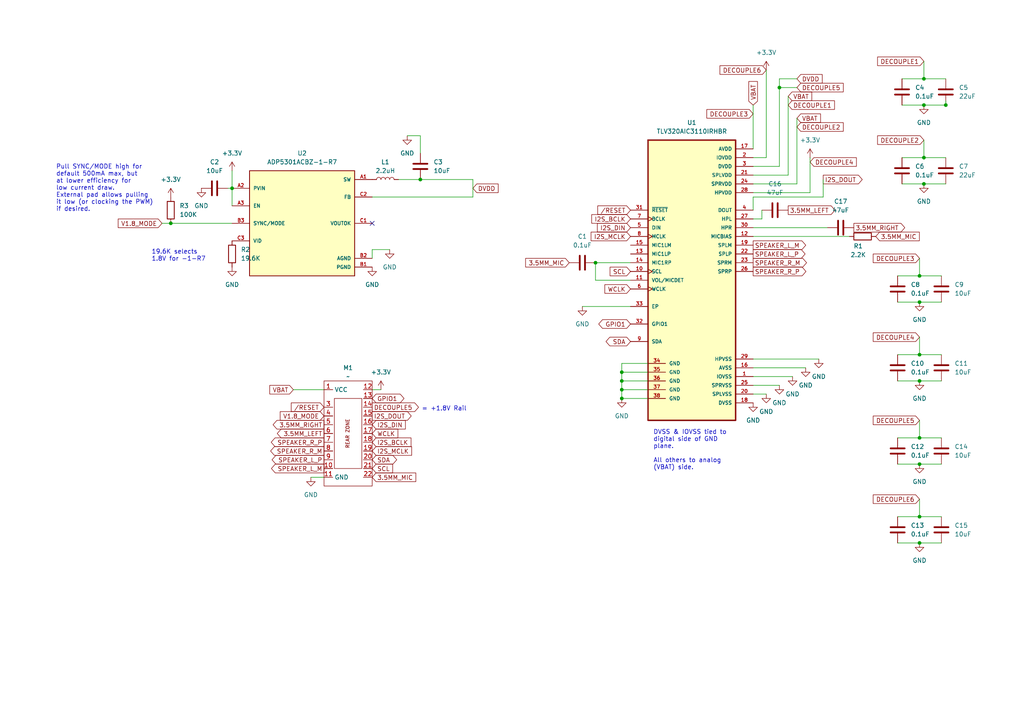
<source format=kicad_sch>
(kicad_sch (version 20250114) (generator "eeschema") (generator_version "9.0")
  (paper "A4")
  (lib_symbols
    (symbol "ADP5301ACBZ-1-R7:ADP5301ACBZ-1-R7" (pin_names (offset 1.016))
      (property "Reference" "U" (at -15.24 16.002 0))
      (property "Value" "ADP5301ACBZ-1-R7" (at -15.24 -17.78 0))
      (symbol "ADP5301ACBZ-1-R7_0_0"
        (rectangle (start -15.24 -15.24) (end 15.24 15.24) (stroke (width 0.254)) (fill (type background)))
        (pin input line (at -20.32 10.16 0) (length 5.08) (name "PVIN") (number "A2"))
        (pin input line (at -20.32 5.08 0) (length 5.08) (name "EN") (number "A3"))
        (pin input line (at -20.32 0 0) (length 5.08) (name "SYNC/MODE") (number "B3"))
        (pin passive line (at -20.32 -5.08 0) (length 5.08) (name "VID") (number "C3"))
        (pin output line (at 20.32 12.7 180) (length 5.08) (name "SW") (number "A1"))
        (pin input line (at 20.32 7.62 180) (length 5.08) (name "FB") (number "C2"))
        (pin output line (at 20.32 0 180) (length 5.08) (name "VOUTOK") (number "C1"))
        (pin power_in line (at 20.32 -10.16 180) (length 5.08) (name "AGND") (number "B2"))
        (pin power_in line (at 20.32 -12.7 180) (length 5.08) (name "PGND") (number "B1"))
      )
    )
    (symbol "Device:C" (pin_numbers (hide yes)) (pin_names (offset 0.254))
      (property "Reference" "C" (at 0.635 2.54 0))
      (property "Value" "C" (at 0.635 -2.54 0))
      (symbol "C_0_1"
        (polyline (pts (xy -2.032 0.762) (xy 2.032 0.762)) (stroke (width 0.508)))
        (polyline (pts (xy -2.032 -0.762) (xy 2.032 -0.762)) (stroke (width 0.508)))
      )
      (symbol "C_1_1"
        (pin passive line (at 0 3.81 270) (length 2.794) (name "~") (number "1"))
        (pin passive line (at 0 -3.81 90) (length 2.794) (name "~") (number "2"))
      )
    )
    (symbol "Device:L" (pin_numbers (hide yes)) (pin_names (offset 1.016) (hide yes))
      (property "Reference" "L" (at -1.27 0 90))
      (property "Value" "L" (at 1.905 0 90))
      (symbol "L_0_1"
        (arc (start 0 2.54) (mid 0.6323 1.905) (end 0 1.27))
        (arc (start 0 1.27) (mid 0.6323 0.635) (end 0 0))
        (arc (start 0 0) (mid 0.6323 -0.635) (end 0 -1.27))
        (arc (start 0 -1.27) (mid 0.6323 -1.905) (end 0 -2.54))
      )
      (symbol "L_1_1"
        (pin passive line (at 0 3.81 270) (length 1.27) (name "1") (number "1"))
        (pin passive line (at 0 -3.81 90) (length 1.27) (name "2") (number "2"))
      )
    )
    (symbol "Device:R" (pin_numbers (hide yes)) (pin_names (offset 0))
      (property "Reference" "R" (at 2.032 0 90))
      (property "Value" "R" (at 0 0 90))
      (symbol "R_0_1"
        (rectangle (start -1.016 -2.54) (end 1.016 2.54) (stroke (width 0.254)))
      )
      (symbol "R_1_1"
        (pin passive line (at 0 3.81 270) (length 1.27) (name "~") (number "1"))
        (pin passive line (at 0 -3.81 90) (length 1.27) (name "~") (number "2"))
      )
    )
    (symbol "MegaCastle:MegaCastle2x11-Module-I17.7x23.1-MBFFFFC"
      (property "Reference" "M" (at 0 -17.78 0))
      (symbol "MegaCastle2x11-Module-I17.7x23.1-MBFFFFC_0_1"
        (rectangle (start -6.35 15.24) (end 7.62 -15.24))
        (rectangle (start -3.35 10.16) (end 4.62 -10.16))
      )
      (symbol "MegaCastle2x11-Module-I17.7x23.1-MBFFFFC_1_1"
        (text "REAR ZONE" (at 0.5 0 900) (effects (font (size 1 1))))
        (pin bidirectional line (at -6.35 12.7 0) (length 2.54) (name "VCC") (number "1"))
        (pin bidirectional line (at -6.35 7.62 0) (length 2.54) (name "") (number "3"))
        (pin bidirectional line (at -6.35 5.08 0) (length 2.54) (name "") (number "4"))
        (pin bidirectional line (at -6.35 2.54 0) (length 2.54) (name "") (number "5"))
        (pin bidirectional line (at -6.35 0 0) (length 2.54) (name "") (number "6"))
        (pin bidirectional line (at -6.35 -2.54 0) (length 2.54) (name "") (number "7"))
        (pin bidirectional line (at -6.35 -5.08 0) (length 2.54) (name "") (number "8"))
        (pin bidirectional line (at -6.35 -7.62 0) (length 2.54) (name "") (number "9"))
        (pin bidirectional line (at -6.35 -10.16 0) (length 2.54) (name "") (number "10"))
        (pin bidirectional line (at -6.35 -12.7 0) (length 2.54) (name "GND") (number "11"))
        (pin bidirectional line (at 7.62 12.7 180) (length 2.54) (name "") (number "12"))
        (pin bidirectional line (at 7.62 10.16 180) (length 2.54) (name "") (number "13"))
        (pin bidirectional line (at 7.62 7.62 180) (length 2.54) (name "") (number "14"))
        (pin bidirectional line (at 7.62 5.08 180) (length 2.54) (name "") (number "15"))
        (pin bidirectional line (at 7.62 2.54 180) (length 2.54) (name "") (number "16"))
        (pin bidirectional line (at 7.62 0 180) (length 2.54) (name "") (number "17"))
        (pin bidirectional line (at 7.62 -2.54 180) (length 2.54) (name "") (number "18"))
        (pin bidirectional line (at 7.62 -5.08 180) (length 2.54) (name "") (number "19"))
        (pin bidirectional line (at 7.62 -7.62 180) (length 2.54) (name "") (number "20"))
        (pin bidirectional line (at 7.62 -10.16 180) (length 2.54) (name "") (number "21"))
        (pin bidirectional line (at 7.62 -12.7 180) (length 2.54) (name "") (number "22"))
      )
    )
    (symbol "TLV320AIC3110IRHBR:TLV320AIC3110IRHBR" (pin_names (offset 1.016))
      (property "Reference" "U" (at -12.7 41.64 0))
      (property "Value" "TLV320AIC3110IRHBR" (at -12.7 -44.64 0))
      (symbol "TLV320AIC3110IRHBR_0_0"
        (rectangle (start -12.7 -40.64) (end 12.7 40.64) (stroke (width 0.41)) (fill (type background)))
        (pin input line (at -17.78 20.32 0) (length 5.08) (name "~{RESET}") (number "31"))
        (pin input clock (at -17.78 17.78 0) (length 5.08) (name "BCLK") (number "7"))
        (pin input line (at -17.78 15.24 0) (length 5.08) (name "DIN") (number "5"))
        (pin input clock (at -17.78 12.7 0) (length 5.08) (name "MCLK") (number "8"))
        (pin input line (at -17.78 10.16 0) (length 5.08) (name "MIC1LM") (number "15"))
        (pin input line (at -17.78 7.62 0) (length 5.08) (name "MIC1LP") (number "13"))
        (pin input line (at -17.78 5.08 0) (length 5.08) (name "MIC1RP") (number "14"))
        (pin input clock (at -17.78 2.54 0) (length 5.08) (name "SCL") (number "10"))
        (pin input line (at -17.78 0 0) (length 5.08) (name "VOL/MICDET") (number "11"))
        (pin input clock (at -17.78 -2.54 0) (length 5.08) (name "WCLK") (number "6"))
        (pin bidirectional line (at -17.78 -7.62 0) (length 5.08) (name "EP") (number "33"))
        (pin bidirectional line (at -17.78 -12.7 0) (length 5.08) (name "GPIO1") (number "32"))
        (pin bidirectional line (at -17.78 -17.78 0) (length 5.08) (name "SDA") (number "9"))
        (pin power_in line (at 17.78 38.1 180) (length 5.08) (name "AVDD") (number "17"))
        (pin power_in line (at 17.78 35.56 180) (length 5.08) (name "IOVDD") (number "2"))
        (pin power_in line (at 17.78 33.02 180) (length 5.08) (name "DVDD") (number "3"))
        (pin power_in line (at 17.78 30.48 180) (length 5.08) (name "SPLVDD") (number "21"))
        (pin power_in line (at 17.78 27.94 180) (length 5.08) (name "SPRVDD") (number "24"))
        (pin power_in line (at 17.78 25.4 180) (length 5.08) (name "HPVDD") (number "28"))
        (pin output line (at 17.78 20.32 180) (length 5.08) (name "DOUT") (number "4"))
        (pin output line (at 17.78 17.78 180) (length 5.08) (name "HPL") (number "27"))
        (pin output line (at 17.78 15.24 180) (length 5.08) (name "HPR") (number "30"))
        (pin output line (at 17.78 12.7 180) (length 5.08) (name "MICBIAS") (number "12"))
        (pin output line (at 17.78 10.16 180) (length 5.08) (name "SPLM") (number "19"))
        (pin output line (at 17.78 7.62 180) (length 5.08) (name "SPLP") (number "22"))
        (pin output line (at 17.78 5.08 180) (length 5.08) (name "SPRM") (number "23"))
        (pin output line (at 17.78 2.54 180) (length 5.08) (name "SPRP") (number "26"))
        (pin power_in line (at 17.78 -22.86 180) (length 5.08) (name "HPVSS") (number "29"))
        (pin power_in line (at 17.78 -25.4 180) (length 5.08) (name "AVSS") (number "16"))
        (pin power_in line (at 17.78 -27.94 180) (length 5.08) (name "IOVSS") (number "1"))
        (pin power_in line (at 17.78 -30.48 180) (length 5.08) (name "SPRVSS") (number "25"))
        (pin power_in line (at 17.78 -33.02 180) (length 5.08) (name "SPLVSS") (number "20"))
        (pin power_in line (at 17.78 -35.56 180) (length 5.08) (name "DVSS") (number "18"))
      )
      (symbol "TLV320AIC3110IRHBR_1_0"
        (pin bidirectional line (at -12.7 -24.13 0) (length 5.08) (name "GND") (number "34"))
        (pin bidirectional line (at -12.7 -26.67 0) (length 5.08) (name "GND") (number "35"))
        (pin bidirectional line (at -12.7 -29.21 0) (length 5.08) (name "GND") (number "36"))
        (pin bidirectional line (at -12.7 -31.75 0) (length 5.08) (name "GND") (number "37"))
        (pin bidirectional line (at -12.7 -34.29 0) (length 5.08) (name "GND") (number "38"))
      )
    )
    (symbol "power:+3.3V" (power) (pin_names (offset 0))
      (property "Value" "+3.3V" (at 0 3.556 0))
      (symbol "+3.3V_0_1"
        (polyline (pts (xy -0.762 1.27) (xy 0 2.54)))
        (polyline (pts (xy 0 2.54) (xy 0.762 1.27)))
        (polyline (pts (xy 0 0) (xy 0 2.54)))
      )
      (symbol "+3.3V_1_1"
        (pin power_in line (at 0 0 90) (length 0) (hide yes) (name "+3.3V") (number "1"))
      )
    )
    (symbol "power:GND" (power) (pin_names (offset 0))
      (property "Value" "GND" (at 0 -3.81 0))
      (symbol "GND_0_1"
        (polyline (pts (xy 0 0) (xy 0 -1.27) (xy 1.27 -1.27) (xy 0 -2.54) (xy -1.27 -1.27) (xy 0 -1.27)))
      )
      (symbol "GND_1_1"
        (pin power_in line (at 0 0 270) (length 0) (hide yes) (name "GND") (number "1"))
      )
    )
  )
  (text "Pull SYNC/MODE high for\ndefault 500mA max, but\nat lower efficiency for\nlow current draw.\nExternal pad allows pulling\nit low (or clocking the PWM)\nif desired." (at 16.256 54.61 0) (effects (font (size 1.27 1.27)) (justify left)))
  (text "19.6K selects\n1.8V for -1-R7" (at 43.942 74.168 0) (effects (font (size 1.27 1.27)) (justify left)))
  (text "= +1.8V Rail" (at 135.382 118.618 0) (effects (font (size 1.27 1.27)) (justify right)))
  (text "DVSS & IOVSS tied to\ndigital side of GND\nplane.\n\nAll others to analog\n(VBAT) side." (at 189.484 130.556 0) (effects (font (size 1.27 1.27)) (justify left)))
  (junction (at 267.97 53.34))
  (junction (at 180.34 107.95))
  (junction (at 266.7 134.62))
  (junction (at 274.32 30.48))
  (junction (at 266.7 127))
  (junction (at 267.97 45.72))
  (junction (at 266.7 102.87))
  (junction (at 67.31 54.61))
  (junction (at 180.34 113.03))
  (junction (at 226.06 25.4))
  (junction (at 180.34 110.49))
  (junction (at 266.7 149.86))
  (junction (at 266.7 80.01))
  (junction (at 121.92 52.07))
  (junction (at 180.34 115.57))
  (junction (at 49.53 64.77))
  (junction (at 266.7 157.48))
  (junction (at 266.7 87.63))
  (junction (at 267.97 30.48))
  (junction (at 266.7 110.49))
  (junction (at 172.72 76.2))
  (junction (at 267.97 22.86))
  (no_connect (at 107.95 64.77))
  (wire (pts (xy 260.35 102.87) (xy 266.7 102.87)))
  (wire (pts (xy 218.44 55.88) (xy 234.95 55.88)))
  (wire (pts (xy 266.7 74.93) (xy 266.7 80.01)))
  (wire (pts (xy 121.92 52.07) (xy 137.16 52.07)))
  (wire (pts (xy 121.92 44.45) (xy 121.92 39.37)))
  (wire (pts (xy 231.14 53.34) (xy 231.14 34.29)))
  (wire (pts (xy 267.97 22.86) (xy 274.32 22.86)))
  (wire (pts (xy 218.44 60.96) (xy 218.44 57.15)))
  (wire (pts (xy 182.88 81.28) (xy 172.72 81.28)))
  (wire (pts (xy 115.57 52.07) (xy 121.92 52.07)))
  (wire (pts (xy 222.25 45.72) (xy 222.25 20.32)))
  (wire (pts (xy 218.44 114.3) (xy 222.25 114.3)))
  (wire (pts (xy 218.44 68.58) (xy 246.38 68.58)))
  (wire (pts (xy 172.72 81.28) (xy 172.72 76.2)))
  (wire (pts (xy 266.7 102.87) (xy 273.05 102.87)))
  (wire (pts (xy 49.53 64.77) (xy 67.31 64.77)))
  (wire (pts (xy 267.97 30.48) (xy 274.32 30.48)))
  (wire (pts (xy 267.97 45.72) (xy 274.32 45.72)))
  (wire (pts (xy 137.16 52.07) (xy 137.16 57.15)))
  (wire (pts (xy 226.06 48.26) (xy 226.06 25.4)))
  (wire (pts (xy 266.7 149.86) (xy 273.05 149.86)))
  (wire (pts (xy 180.34 110.49) (xy 187.96 110.49)))
  (wire (pts (xy 67.31 49.53) (xy 67.31 54.61)))
  (wire (pts (xy 266.7 97.79) (xy 266.7 102.87)))
  (wire (pts (xy 231.14 22.86) (xy 226.06 22.86)))
  (wire (pts (xy 172.72 76.2) (xy 182.88 76.2)))
  (wire (pts (xy 266.7 157.48) (xy 273.05 157.48)))
  (wire (pts (xy 266.7 80.01) (xy 273.05 80.01)))
  (wire (pts (xy 218.44 45.72) (xy 222.25 45.72)))
  (wire (pts (xy 46.99 64.77) (xy 49.53 64.77)))
  (wire (pts (xy 226.06 22.86) (xy 226.06 25.4)))
  (wire (pts (xy 218.44 109.22) (xy 229.87 109.22)))
  (wire (pts (xy 218.44 106.68) (xy 233.68 106.68)))
  (wire (pts (xy 260.35 157.48) (xy 266.7 157.48)))
  (wire (pts (xy 180.34 113.03) (xy 180.34 115.57)))
  (wire (pts (xy 260.35 87.63) (xy 266.7 87.63)))
  (wire (pts (xy 226.06 25.4) (xy 231.14 25.4)))
  (wire (pts (xy 66.04 54.61) (xy 67.31 54.61)))
  (wire (pts (xy 107.95 74.93) (xy 107.95 72.39)))
  (wire (pts (xy 218.44 57.15) (xy 238.76 57.15)))
  (wire (pts (xy 180.34 115.57) (xy 187.96 115.57)))
  (wire (pts (xy 266.7 110.49) (xy 273.05 110.49)))
  (wire (pts (xy 218.44 50.8) (xy 228.6 50.8)))
  (wire (pts (xy 260.35 80.01) (xy 266.7 80.01)))
  (wire (pts (xy 261.62 22.86) (xy 267.97 22.86)))
  (wire (pts (xy 266.7 144.78) (xy 266.7 149.86)))
  (wire (pts (xy 180.34 113.03) (xy 187.96 113.03)))
  (wire (pts (xy 267.97 17.78) (xy 267.97 22.86)))
  (wire (pts (xy 261.62 30.48) (xy 267.97 30.48)))
  (wire (pts (xy 238.76 52.07) (xy 238.76 57.15)))
  (wire (pts (xy 107.95 72.39) (xy 113.03 72.39)))
  (wire (pts (xy 234.95 55.88) (xy 234.95 45.72)))
  (wire (pts (xy 187.96 105.41) (xy 180.34 105.41)))
  (wire (pts (xy 266.7 87.63) (xy 273.05 87.63)))
  (wire (pts (xy 218.44 30.48) (xy 218.44 43.18)))
  (wire (pts (xy 107.95 57.15) (xy 137.16 57.15)))
  (wire (pts (xy 218.44 53.34) (xy 231.14 53.34)))
  (wire (pts (xy 260.35 149.86) (xy 266.7 149.86)))
  (wire (pts (xy 90.17 138.43) (xy 93.98 138.43)))
  (wire (pts (xy 107.95 113.03) (xy 110.49 113.03)))
  (wire (pts (xy 67.31 54.61) (xy 67.31 59.69)))
  (wire (pts (xy 168.91 88.9) (xy 182.88 88.9)))
  (wire (pts (xy 180.34 107.95) (xy 187.96 107.95)))
  (wire (pts (xy 180.34 107.95) (xy 180.34 110.49)))
  (wire (pts (xy 85.09 113.03) (xy 93.98 113.03)))
  (wire (pts (xy 180.34 105.41) (xy 180.34 107.95)))
  (wire (pts (xy 218.44 66.04) (xy 240.03 66.04)))
  (wire (pts (xy 180.34 110.49) (xy 180.34 113.03)))
  (wire (pts (xy 220.98 60.96) (xy 220.98 63.5)))
  (wire (pts (xy 260.35 127) (xy 266.7 127)))
  (wire (pts (xy 218.44 111.76) (xy 226.06 111.76)))
  (wire (pts (xy 266.7 134.62) (xy 273.05 134.62)))
  (wire (pts (xy 267.97 53.34) (xy 274.32 53.34)))
  (wire (pts (xy 267.97 40.64) (xy 267.97 45.72)))
  (wire (pts (xy 220.98 63.5) (xy 218.44 63.5)))
  (wire (pts (xy 261.62 45.72) (xy 267.97 45.72)))
  (wire (pts (xy 218.44 104.14) (xy 237.49 104.14)))
  (wire (pts (xy 260.35 134.62) (xy 266.7 134.62)))
  (wire (pts (xy 260.35 110.49) (xy 266.7 110.49)))
  (wire (pts (xy 228.6 50.8) (xy 228.6 27.94)))
  (wire (pts (xy 121.92 39.37) (xy 118.11 39.37)))
  (wire (pts (xy 261.62 53.34) (xy 267.97 53.34)))
  (wire (pts (xy 218.44 48.26) (xy 226.06 48.26)))
  (wire (pts (xy 266.7 121.92) (xy 266.7 127)))
  (wire (pts (xy 266.7 127) (xy 273.05 127)))
  (wire (pts (xy 274.32 29.21) (xy 274.32 30.48)))
  (global_label "3.5MM_MIC" (shape input) (at 254 68.58 0) (property "Intersheetrefs" "${INTERSHEET_REFS}" (effects (hide yes))))
  (global_label "DECOUPLE5" (shape input) (at 266.7 121.92 180) (property "Intersheetrefs" "${INTERSHEET_REFS}" (effects (hide yes))))
  (global_label "DECOUPLE3" (shape input) (at 266.7 74.93 180) (property "Intersheetrefs" "${INTERSHEET_REFS}" (effects (hide yes))))
  (global_label "WCLK" (shape input) (at 107.95 125.73 0) (property "Intersheetrefs" "${INTERSHEET_REFS}" (effects (hide yes))))
  (global_label "DECOUPLE6" (shape input) (at 222.25 20.32 180) (property "Intersheetrefs" "${INTERSHEET_REFS}" (effects (hide yes))))
  (global_label "I2S_BCLK" (shape input) (at 182.88 63.5 180) (property "Intersheetrefs" "${INTERSHEET_REFS}" (effects (hide yes))))
  (global_label "{slash}RESET" (shape input) (at 182.88 60.96 180) (property "Intersheetrefs" "${INTERSHEET_REFS}" (effects (hide yes))))
  (global_label "VBAT" (shape input) (at 218.44 30.48 90) (property "Intersheetrefs" "${INTERSHEET_REFS}" (effects (hide yes))))
  (global_label "SDA" (shape bidirectional) (at 182.88 99.06 180) (property "Intersheetrefs" "${INTERSHEET_REFS}" (effects (hide yes))))
  (global_label "DVDD" (shape input) (at 231.14 22.86 0) (property "Intersheetrefs" "${INTERSHEET_REFS}" (effects (hide yes))))
  (global_label "DECOUPLE4" (shape input) (at 266.7 97.79 180) (property "Intersheetrefs" "${INTERSHEET_REFS}" (effects (hide yes))))
  (global_label "I2S_DOUT" (shape output) (at 238.76 52.07 0) (property "Intersheetrefs" "${INTERSHEET_REFS}" (effects (hide yes))))
  (global_label "I2S_MCLK" (shape input) (at 107.95 130.81 0) (property "Intersheetrefs" "${INTERSHEET_REFS}" (effects (hide yes))))
  (global_label "I2S_DIN" (shape input) (at 182.88 66.04 180) (property "Intersheetrefs" "${INTERSHEET_REFS}" (effects (hide yes))))
  (global_label "SCL" (shape input) (at 107.95 135.89 0) (property "Intersheetrefs" "${INTERSHEET_REFS}" (effects (hide yes))))
  (global_label "3.5MM_MIC" (shape input) (at 165.1 76.2 180) (property "Intersheetrefs" "${INTERSHEET_REFS}" (effects (hide yes))))
  (global_label "SPEAKER_L_P" (shape output) (at 218.44 73.66 0) (property "Intersheetrefs" "${INTERSHEET_REFS}" (effects (hide yes))))
  (global_label "SPEAKER_R_P" (shape output) (at 218.44 78.74 0) (property "Intersheetrefs" "${INTERSHEET_REFS}" (effects (hide yes))))
  (global_label "GPIO1" (shape bidirectional) (at 107.95 115.57 0) (property "Intersheetrefs" "${INTERSHEET_REFS}" (effects (hide yes))))
  (global_label "DECOUPLE4" (shape input) (at 234.95 46.99 0) (property "Intersheetrefs" "${INTERSHEET_REFS}" (effects (hide yes))))
  (global_label "I2S_DOUT" (shape output) (at 107.95 120.65 0) (property "Intersheetrefs" "${INTERSHEET_REFS}" (effects (hide yes))))
  (global_label "V1.8_MODE" (shape input) (at 46.99 64.77 180) (property "Intersheetrefs" "${INTERSHEET_REFS}" (effects (hide yes))))
  (global_label "SDA" (shape bidirectional) (at 107.95 133.35 0) (property "Intersheetrefs" "${INTERSHEET_REFS}" (effects (hide yes))))
  (global_label "DECOUPLE2" (shape input) (at 267.97 40.64 180) (property "Intersheetrefs" "${INTERSHEET_REFS}" (effects (hide yes))))
  (global_label "DVDD" (shape input) (at 137.16 54.61 0) (property "Intersheetrefs" "${INTERSHEET_REFS}" (effects (hide yes))))
  (global_label "VBAT" (shape input) (at 228.6 27.94 0) (property "Intersheetrefs" "${INTERSHEET_REFS}" (effects (hide yes))))
  (global_label "3.5MM_LEFT" (shape output) (at 228.6 60.96 0) (property "Intersheetrefs" "${INTERSHEET_REFS}" (effects (hide yes))))
  (global_label "VBAT" (shape input) (at 85.09 113.03 180) (property "Intersheetrefs" "${INTERSHEET_REFS}" (effects (hide yes))))
  (global_label "SPEAKER_L_M" (shape output) (at 93.98 135.89 180) (property "Intersheetrefs" "${INTERSHEET_REFS}" (effects (hide yes))))
  (global_label "V1.8_MODE" (shape input) (at 93.98 120.65 180) (property "Intersheetrefs" "${INTERSHEET_REFS}" (effects (hide yes))))
  (global_label "DECOUPLE6" (shape input) (at 266.7 144.78 180) (property "Intersheetrefs" "${INTERSHEET_REFS}" (effects (hide yes))))
  (global_label "GPIO1" (shape bidirectional) (at 182.88 93.98 180) (property "Intersheetrefs" "${INTERSHEET_REFS}" (effects (hide yes))))
  (global_label "DECOUPLE3" (shape input) (at 218.44 33.02 180) (property "Intersheetrefs" "${INTERSHEET_REFS}" (effects (hide yes))))
  (global_label "WCLK" (shape input) (at 182.88 83.82 180) (property "Intersheetrefs" "${INTERSHEET_REFS}" (effects (hide yes))))
  (global_label "3.5MM_RIGHT" (shape output) (at 247.65 66.04 0) (property "Intersheetrefs" "${INTERSHEET_REFS}" (effects (hide yes))))
  (global_label "DECOUPLE2" (shape input) (at 231.14 36.83 0) (property "Intersheetrefs" "${INTERSHEET_REFS}" (effects (hide yes))))
  (global_label "SPEAKER_R_M" (shape output) (at 93.98 130.81 180) (property "Intersheetrefs" "${INTERSHEET_REFS}" (effects (hide yes))))
  (global_label "SCL" (shape input) (at 182.88 78.74 180) (property "Intersheetrefs" "${INTERSHEET_REFS}" (effects (hide yes))))
  (global_label "I2S_MCLK" (shape input) (at 182.88 68.58 180) (property "Intersheetrefs" "${INTERSHEET_REFS}" (effects (hide yes))))
  (global_label "SPEAKER_R_P" (shape output) (at 93.98 128.27 180) (property "Intersheetrefs" "${INTERSHEET_REFS}" (effects (hide yes))))
  (global_label "VBAT" (shape input) (at 231.14 34.29 0) (property "Intersheetrefs" "${INTERSHEET_REFS}" (effects (hide yes))))
  (global_label "DECOUPLE5" (shape input) (at 231.14 25.4 0) (property "Intersheetrefs" "${INTERSHEET_REFS}" (effects (hide yes))))
  (global_label "I2S_BCLK" (shape input) (at 107.95 128.27 0) (property "Intersheetrefs" "${INTERSHEET_REFS}" (effects (hide yes))))
  (global_label "3.5MM_LEFT" (shape output) (at 93.98 125.73 180) (property "Intersheetrefs" "${INTERSHEET_REFS}" (effects (hide yes))))
  (global_label "3.5MM_RIGHT" (shape output) (at 93.98 123.19 180) (property "Intersheetrefs" "${INTERSHEET_REFS}" (effects (hide yes))))
  (global_label "I2S_DIN" (shape input) (at 107.95 123.19 0) (property "Intersheetrefs" "${INTERSHEET_REFS}" (effects (hide yes))))
  (global_label "DECOUPLE1" (shape input) (at 267.97 17.78 180) (property "Intersheetrefs" "${INTERSHEET_REFS}" (effects (hide yes))))
  (global_label "SPEAKER_L_P" (shape output) (at 93.98 133.35 180) (property "Intersheetrefs" "${INTERSHEET_REFS}" (effects (hide yes))))
  (global_label "DECOUPLE5" (shape output) (at 107.95 118.11 0) (property "Intersheetrefs" "${INTERSHEET_REFS}" (effects (hide yes))))
  (global_label "SPEAKER_L_M" (shape output) (at 218.44 71.12 0) (property "Intersheetrefs" "${INTERSHEET_REFS}" (effects (hide yes))))
  (global_label "SPEAKER_R_M" (shape output) (at 218.44 76.2 0) (property "Intersheetrefs" "${INTERSHEET_REFS}" (effects (hide yes))))
  (global_label "3.5MM_MIC" (shape input) (at 107.95 138.43 0) (property "Intersheetrefs" "${INTERSHEET_REFS}" (effects (hide yes))))
  (global_label "{slash}RESET" (shape input) (at 93.98 118.11 180) (property "Intersheetrefs" "${INTERSHEET_REFS}" (effects (hide yes))))
  (global_label "DECOUPLE1" (shape input) (at 228.6 30.48 0) (property "Intersheetrefs" "${INTERSHEET_REFS}" (effects (hide yes))))
  (symbol (lib_id "Device:C") (at 260.35 83.82 0) (unit 1)
    (property "Reference" "C8" (at 264.16 82.5499 0) (effects (justify left)))
    (property "Value" "0.1uF" (at 264.16 85.0899 0) (effects (justify left)))
    (property "Footprint" "Capacitor_SMD:C_0603_1608Metric" (effects (hide yes)))
    (property "Description" "Unpolarized capacitor" (effects (hide yes)))
    (property "Mfr. PN" "C0603C104M4RAC" (effects (hide yes)))
    (property "Mouser" "https://hr.mouser.com/ProductDetail/KEMET/C0603C104M4RAC?qs=sykUljcfnH2CXqY4UGVWfw%3D%3D" (effects (hide yes)))
    (property "Mouser PN" "80-C0603C104M4RAC" (effects (hide yes)))
  )
  (symbol (lib_id "power:GND") (at 266.7 134.62 0) (unit 1)
    (property "Reference" "#PWR021" (effects (hide yes)))
    (property "Value" "GND" (at 266.7 139.7 0))
    (property "Description" "Power symbol creates a global label with name \"GND\" , ground" (effects (hide yes)))
  )
  (symbol (lib_id "power:+3.3V") (at 67.31 49.53 0) (mirror y) (unit 1)
    (property "Reference" "#PWR03" (effects (hide yes)))
    (property "Value" "+3.3V" (at 67.31 44.45 0))
    (property "Description" "Power symbol creates a global label with name \"+3.3V\"" (effects (hide yes)))
  )
  (symbol (lib_id "power:GND") (at 267.97 30.48 0) (unit 1)
    (property "Reference" "#PWR017" (effects (hide yes)))
    (property "Value" "GND" (at 267.97 35.56 0))
    (property "Description" "Power symbol creates a global label with name \"GND\" , ground" (effects (hide yes)))
  )
  (symbol (lib_id "power:GND") (at 266.7 157.48 0) (unit 1)
    (property "Reference" "#PWR022" (effects (hide yes)))
    (property "Value" "GND" (at 266.7 162.56 0))
    (property "Description" "Power symbol creates a global label with name \"GND\" , ground" (effects (hide yes)))
  )
  (symbol (lib_id "power:GND") (at 229.87 109.22 0) (unit 1)
    (property "Reference" "#PWR012" (effects (hide yes)))
    (property "Value" "GND" (at 229.87 114.3 0))
    (property "Description" "Power symbol creates a global label with name \"GND\" , ground" (effects (hide yes)))
  )
  (symbol (lib_id "power:GND") (at 107.95 77.47 0) (unit 1)
    (property "Reference" "#PWR08" (effects (hide yes)))
    (property "Value" "GND" (at 107.95 82.55 0))
    (property "Description" "Power symbol creates a global label with name \"GND\" , ground" (effects (hide yes)))
  )
  (symbol (lib_id "power:GND") (at 266.7 110.49 0) (unit 1)
    (property "Reference" "#PWR020" (effects (hide yes)))
    (property "Value" "GND" (at 266.7 115.57 0))
    (property "Description" "Power symbol creates a global label with name \"GND\" , ground" (effects (hide yes)))
  )
  (symbol (lib_id "Device:C") (at 260.35 130.81 0) (unit 1)
    (property "Reference" "C12" (at 264.16 129.5399 0) (effects (justify left)))
    (property "Value" "0.1uF" (at 264.16 132.0799 0) (effects (justify left)))
    (property "Footprint" "Capacitor_SMD:C_0603_1608Metric" (effects (hide yes)))
    (property "Description" "Unpolarized capacitor" (effects (hide yes)))
    (property "Mfr. PN" "C0603C104M4RAC" (effects (hide yes)))
    (property "Mouser" "https://hr.mouser.com/ProductDetail/KEMET/C0603C104M4RAC?qs=sykUljcfnH2CXqY4UGVWfw%3D%3D" (effects (hide yes)))
    (property "Mouser PN" "80-C0603C104M4RAC" (effects (hide yes)))
  )
  (symbol (lib_id "TLV320AIC3110IRHBR:TLV320AIC3110IRHBR") (at 200.66 81.28 0) (unit 1)
    (property "Reference" "U1" (at 200.66 35.56 0))
    (property "Value" "TLV320AIC3110IRHBR" (at 200.66 38.1 0))
    (property "Footprint" "audio-codec:IC_ADS125H01IRHBT" (effects (hide yes)))
    (property "Datasheet" "https://www.ti.com/lit/gpn/tlv320aic3110" (effects (hide yes)))
    (property "MF" "Texas Instruments" (effects (hide yes)))
    (property "Description_1" "\n                        \n                            Low-Power Audio Codec With 1.3W Stereo Class-D Speaker Amplifier\n                        \n" (effects (hide yes)))
    (property "Package" "VQFN-32-32 Texas Instruments" (effects (hide yes)))
    (property "Price" "None" (effects (hide yes)))
    (property "SnapEDA_Link" "https://www.snapeda.com/parts/TLV320AIC3110IRHBR/Texas+Instruments/view-part/?ref=snap" (effects (hide yes)))
    (property "MP" "TLV320AIC3110IRHBR" (effects (hide yes)))
    (property "Availability" "In Stock" (effects (hide yes)))
    (property "Check_prices" "https://www.snapeda.com/parts/TLV320AIC3110IRHBR/Texas+Instruments/view-part/?ref=eda" (effects (hide yes)))
    (property "Mouser" "https://hr.mouser.com/ProductDetail/Texas-Instruments/TLV320AIC3110IRHBR?qs=%2Fqzd9s%252BcLd6OGo98zEpQbA%3D%3D" (effects (hide yes)))
    (property "Mouser PN" "595-V320AIC3110IRHBR" (effects (hide yes)))
    (property "Mfr. PN" " TLV320AIC3110IRHBR" (effects (hide yes)))
  )
  (symbol (lib_id "power:GND") (at 118.11 39.37 0) (unit 1)
    (property "Reference" "#PWR09" (effects (hide yes)))
    (property "Value" "GND" (at 118.11 44.45 0))
    (property "Description" "Power symbol creates a global label with name \"GND\" , ground" (effects (hide yes)))
  )
  (symbol (lib_id "Device:C") (at 273.05 106.68 0) (unit 1)
    (property "Reference" "C11" (at 276.86 105.4099 0) (effects (justify left)))
    (property "Value" "10uF" (at 276.86 107.9499 0) (effects (justify left)))
    (property "Footprint" "Capacitor_SMD:C_0603_1608Metric" (effects (hide yes)))
    (property "Description" "Unpolarized capacitor" (effects (hide yes)))
    (property "Mfr. PN" "C0603C106M9PAC7411" (effects (hide yes)))
    (property "Mouser" "https://hr.mouser.com/ProductDetail/KEMET/C0603C106M9PAC7411?qs=sGAEpiMZZMukHu%252BjC5l7YTwKPozCbOUkkO%252BcUlAin%2Fo%3D" (effects (hide yes)))
    (property "Mouser PN" "80-C0603C106M9P7411" (effects (hide yes)))
  )
  (symbol (lib_id "Device:C") (at 274.32 26.67 0) (unit 1)
    (property "Reference" "C5" (at 278.13 25.3999 0) (effects (justify left)))
    (property "Value" "22uF" (at 278.13 27.9399 0) (effects (justify left)))
    (property "Footprint" "Capacitor_SMD:C_0603_1608Metric" (effects (hide yes)))
    (property "Description" "Unpolarized capacitor" (effects (hide yes)))
    (property "Mfr. PN" "CC0603MRX5R5BB226" (effects (hide yes)))
    (property "Mouser" "https://hr.mouser.com/ProductDetail/YAGEO/CC0603MRX5R5BB226?qs=sGAEpiMZZMsh%252B1woXyUXj%252By57dOsWF1cCgJViTY3030%3D" (effects (hide yes)))
    (property "Mouser PN" "603-CC603MRX5R5BB226" (effects (hide yes)))
  )
  (symbol (lib_id "power:GND") (at 67.31 77.47 0) (unit 1)
    (property "Reference" "#PWR05" (effects (hide yes)))
    (property "Value" "GND" (at 67.31 82.55 0))
    (property "Description" "Power symbol creates a global label with name \"GND\" , ground" (effects (hide yes)))
  )
  (symbol (lib_id "MegaCastle:MegaCastle2x11-Module-I17.7x23.1-MBFFFFC") (at 100.33 125.73 0) (unit 1)
    (property "Reference" "M1" (at 100.965 106.68 0))
    (property "Value" "~" (at 100.965 109.22 0))
    (property "Footprint" "MegaCastle:MegaCastle2x11-Module-I22.0x23.1-MBFFFFC-SPAREPAD" (effects (hide yes)))
    (property "Description" "Generated using footprint-gen .. 17.7 22.25 21 1" (effects (hide yes)))
  )
  (symbol (lib_id "Device:C") (at 273.05 83.82 0) (unit 1)
    (property "Reference" "C9" (at 276.86 82.5499 0) (effects (justify left)))
    (property "Value" "10uF" (at 276.86 85.0899 0) (effects (justify left)))
    (property "Footprint" "Capacitor_SMD:C_0603_1608Metric" (effects (hide yes)))
    (property "Description" "Unpolarized capacitor" (effects (hide yes)))
    (property "Mfr. PN" "C0603C106M9PAC7411" (effects (hide yes)))
    (property "Mouser" "https://hr.mouser.com/ProductDetail/KEMET/C0603C106M9PAC7411?qs=sGAEpiMZZMukHu%252BjC5l7YTwKPozCbOUkkO%252BcUlAin%2Fo%3D" (effects (hide yes)))
    (property "Mouser PN" "80-C0603C106M9P7411" (effects (hide yes)))
  )
  (symbol (lib_id "Device:C") (at 243.84 66.04 90) (unit 1)
    (property "Reference" "C17" (at 243.84 58.42 90))
    (property "Value" "47uF" (at 243.84 60.96 90))
    (property "Footprint" "Capacitor_SMD:C_0603_1608Metric" (effects (hide yes)))
    (property "Description" "Unpolarized capacitor" (effects (hide yes)))
    (property "Mfr. PN" "GRM188R60E476ME15J" (effects (hide yes)))
    (property "Mouser" "https://hr.mouser.com/ProductDetail/Murata-Electronics/GRM188R60E476ME15J?qs=sGAEpiMZZMsh%252B1woXyUXj%252BPOAS4JE4Y%252BO6TFXMM4y7M%3D" (effects (hide yes)))
    (property "Mouser PN" "81-GRM188R60E476ME5J" (effects (hide yes)))
  )
  (symbol (lib_id "power:GND") (at 180.34 115.57 0) (unit 1)
    (property "Reference" "#PWR04" (effects (hide yes)))
    (property "Value" "GND" (at 180.34 120.65 0))
    (property "Description" "Power symbol creates a global label with name \"GND\" , ground" (effects (hide yes)))
  )
  (symbol (lib_id "power:GND") (at 222.25 114.3 0) (unit 1)
    (property "Reference" "#PWR013" (effects (hide yes)))
    (property "Value" "GND" (at 222.25 119.38 0))
    (property "Description" "Power symbol creates a global label with name \"GND\" , ground" (effects (hide yes)))
  )
  (symbol (lib_id "ADP5301ACBZ-1-R7:ADP5301ACBZ-1-R7") (at 87.63 64.77 0) (unit 1)
    (property "Reference" "U2" (at 87.63 44.45 0))
    (property "Value" "ADP5301ACBZ-1-R7" (at 87.63 46.99 0))
    (property "Footprint" "audio-codec:BGA9C50P3X3_187X165X66N" (effects (hide yes)))
    (property "Datasheet" "https://hr.mouser.com/datasheet/2/609/ADP5301-1503385.pdf" (effects (hide yes)))
    (property "B_NOM" "32.0" (effects (hide yes)))
    (property "Check_prices" "https://www.snapeda.com/parts/ADP5301ACBZ-1-R7/Analog+Devices/view-part/?ref=eda" (effects (hide yes)))
    (property "Description_1" "\n                        \n                            50 mA/500 mA, High Efficiency, Ultralow Power Step-Down Regulator\n                        \n" (effects (hide yes)))
    (property "Price" "None" (effects (hide yes)))
    (property "ENOM" "0.5" (effects (hide yes)))
    (property "COURTYARD_EXCESS" "1.0" (effects (hide yes)))
    (property "D_NOM" "1.87" (effects (hide yes)))
    (property "D_MAX" "1.91" (effects (hide yes)))
    (property "A_MAX" "0.66" (effects (hide yes)))
    (property "ALPHA_ROWS" "True" (effects (hide yes)))
    (property "Package" "WLCSP -9 Analog Devices" (effects (hide yes)))
    (property "A_NOM" "0.66" (effects (hide yes)))
    (property "A_MIN" "0.66" (effects (hide yes)))
    (property "STANDARD" "IPC 7351B" (effects (hide yes)))
    (property "DNOM" "0.5" (effects (hide yes)))
    (property "SnapEDA_Link" "https://www.snapeda.com/parts/ADP5301ACBZ-1-R7/Analog+Devices/view-part/?ref=snap" (effects (hide yes)))
    (property "E_NOM" "1.65" (effects (hide yes)))
    (property "MANUFACTURER" "Analog devices" (effects (hide yes)))
    (property "MF" "Analog Devices" (effects (hide yes)))
    (property "COLLAPSING_BALL" "True" (effects (hide yes)))
    (property "PIN_COUNT_E" "3.0" (effects (hide yes)))
    (property "PIN_COUNT_D" "3.0" (effects (hide yes)))
    (property "E_MIN" "1.61" (effects (hide yes)))
    (property "D_MIN" "1.83" (effects (hide yes)))
    (property "MP" "ADP5301ACBZ-1-R7" (effects (hide yes)))
    (property "Availability" "In Stock" (effects (hide yes)))
    (property "E_MAX" "1.69" (effects (hide yes)))
    (property "Mouser" "https://hr.mouser.com/ProductDetail/Analog-Devices/ADP5301ACBZ-1-R7?qs=OplyyfyNBA7EZCtOr7ySlA%3D%3D" (effects (hide yes)))
    (property "Mouser PN" "584-ADP5301ACBZ-1-R7" (effects (hide yes)))
    (property "Mfr. PN" "ADP5301ACBZ-1-R7" (effects (hide yes)))
  )
  (symbol (lib_id "Device:R") (at 250.19 68.58 90) (unit 1)
    (property "Reference" "R1" (at 248.92 71.374 90))
    (property "Value" "2.2K" (at 248.92 73.914 90))
    (property "Footprint" "Resistor_SMD:R_0603_1608Metric" (effects (hide yes)))
    (property "Description" "Resistor" (effects (hide yes)))
    (property "Mfr. PN" "RT0603DRE072K2L" (effects (hide yes)))
    (property "Mouser" "https://hr.mouser.com/ProductDetail/YAGEO/RT0603DRE072K2L?qs=xsTFCgGnzbLzovqMY9uF1w%3D%3D" (effects (hide yes)))
    (property "Mouser PN" "603-RT0603DRE072K2L" (effects (hide yes)))
  )
  (symbol (lib_id "Device:C") (at 260.35 106.68 0) (unit 1)
    (property "Reference" "C10" (at 264.16 105.4099 0) (effects (justify left)))
    (property "Value" "0.1uF" (at 264.16 107.9499 0) (effects (justify left)))
    (property "Footprint" "Capacitor_SMD:C_0603_1608Metric" (effects (hide yes)))
    (property "Description" "Unpolarized capacitor" (effects (hide yes)))
    (property "Mfr. PN" "C0603C104M4RAC" (effects (hide yes)))
    (property "Mouser" "https://hr.mouser.com/ProductDetail/KEMET/C0603C104M4RAC?qs=sykUljcfnH2CXqY4UGVWfw%3D%3D" (effects (hide yes)))
    (property "Mouser PN" "80-C0603C104M4RAC" (effects (hide yes)))
  )
  (symbol (lib_id "Device:C") (at 62.23 54.61 90) (unit 1)
    (property "Reference" "C2" (at 62.23 46.99 90))
    (property "Value" "10uF" (at 62.23 49.53 90))
    (property "Footprint" "Capacitor_SMD:C_0603_1608Metric" (effects (hide yes)))
    (property "Description" "Unpolarized capacitor" (effects (hide yes)))
    (property "Mfr. PN" "C0603C106M9PAC7411" (effects (hide yes)))
    (property "Mouser" "https://hr.mouser.com/ProductDetail/KEMET/C0603C106M9PAC7411?qs=sGAEpiMZZMukHu%252BjC5l7YTwKPozCbOUkkO%252BcUlAin%2Fo%3D" (effects (hide yes)))
    (property "Mouser PN" "80-C0603C106M9P7411" (effects (hide yes)))
  )
  (symbol (lib_id "power:GND") (at 226.06 111.76 0) (unit 1)
    (property "Reference" "#PWR014" (effects (hide yes)))
    (property "Value" "GND" (at 226.06 116.84 0))
    (property "Description" "Power symbol creates a global label with name \"GND\" , ground" (effects (hide yes)))
  )
  (symbol (lib_id "power:+3.3V") (at 49.53 57.15 0) (unit 1)
    (property "Reference" "#PWR010" (effects (hide yes)))
    (property "Value" "+3.3V" (at 49.53 52.07 0))
    (property "Description" "Power symbol creates a global label with name \"+3.3V\"" (effects (hide yes)))
  )
  (symbol (lib_id "Device:L") (at 111.76 52.07 90) (unit 1)
    (property "Reference" "L1" (at 111.76 46.99 90))
    (property "Value" "2.2uH" (at 111.76 49.53 90))
    (property "Footprint" "Inductor_SMD:L_0805_2012Metric" (effects (hide yes)))
    (property "Description" "Inductor" (effects (hide yes)))
    (property "Mouser" "https://hr.mouser.com/ProductDetail/TDK/MLP2016V2R2MT0S1?qs=%2FPzWLGNeQ%252BhaB%252BHRvf0xkw%3D%3D" (effects (hide yes)))
    (property "Mouser PN" "810-MLP2016V2R2MT0S1" (effects (hide yes)))
    (property "Mfr. PN" "MLP2016V2R2MT0S1" (effects (hide yes)))
  )
  (symbol (lib_id "Device:C") (at 260.35 153.67 0) (unit 1)
    (property "Reference" "C13" (at 264.16 152.3999 0) (effects (justify left)))
    (property "Value" "0.1uF" (at 264.16 154.9399 0) (effects (justify left)))
    (property "Footprint" "Capacitor_SMD:C_0603_1608Metric" (effects (hide yes)))
    (property "Description" "Unpolarized capacitor" (effects (hide yes)))
    (property "Mfr. PN" "C0603C104M4RAC" (effects (hide yes)))
    (property "Mouser" "https://hr.mouser.com/ProductDetail/KEMET/C0603C104M4RAC?qs=sykUljcfnH2CXqY4UGVWfw%3D%3D" (effects (hide yes)))
    (property "Mouser PN" "80-C0603C104M4RAC" (effects (hide yes)))
  )
  (symbol (lib_id "power:GND") (at 233.68 106.68 0) (unit 1)
    (property "Reference" "#PWR015" (effects (hide yes)))
    (property "Value" "GND" (at 233.68 111.76 0))
    (property "Description" "Power symbol creates a global label with name \"GND\" , ground" (effects (hide yes)))
  )
  (symbol (lib_id "power:+3.3V") (at 110.49 113.03 0) (unit 1)
    (property "Reference" "#PWR02" (effects (hide yes)))
    (property "Value" "+3.3V" (at 110.49 107.95 0))
    (property "Description" "Power symbol creates a global label with name \"+3.3V\"" (effects (hide yes)))
  )
  (symbol (lib_id "power:GND") (at 168.91 88.9 0) (unit 1)
    (property "Reference" "#PWR024" (effects (hide yes)))
    (property "Value" "GND" (at 168.91 93.98 0))
    (property "Description" "Power symbol creates a global label with name \"GND\" , ground" (effects (hide yes)))
  )
  (symbol (lib_id "power:GND") (at 113.03 72.39 0) (unit 1)
    (property "Reference" "#PWR07" (effects (hide yes)))
    (property "Value" "GND" (at 113.03 77.47 0))
    (property "Description" "Power symbol creates a global label with name \"GND\" , ground" (effects (hide yes)))
  )
  (symbol (lib_id "Device:C") (at 168.91 76.2 270) (unit 1)
    (property "Reference" "C1" (at 168.91 68.58 90))
    (property "Value" "0.1uF" (at 168.91 71.12 90))
    (property "Footprint" "Capacitor_SMD:C_0603_1608Metric" (effects (hide yes)))
    (property "Description" "Unpolarized capacitor" (effects (hide yes)))
    (property "Mfr. PN" "C0603C104M4RAC" (effects (hide yes)))
    (property "Mouser" "https://hr.mouser.com/ProductDetail/KEMET/C0603C104M4RAC?qs=sykUljcfnH2CXqY4UGVWfw%3D%3D" (effects (hide yes)))
    (property "Mouser PN" "80-C0603C104M4RAC" (effects (hide yes)))
  )
  (symbol (lib_id "Device:C") (at 273.05 130.81 0) (unit 1)
    (property "Reference" "C14" (at 276.86 129.5399 0) (effects (justify left)))
    (property "Value" "10uF" (at 276.86 132.0799 0) (effects (justify left)))
    (property "Footprint" "Capacitor_SMD:C_0603_1608Metric" (effects (hide yes)))
    (property "Description" "Unpolarized capacitor" (effects (hide yes)))
    (property "Mfr. PN" "C0603C106M9PAC7411" (effects (hide yes)))
    (property "Mouser" "https://hr.mouser.com/ProductDetail/KEMET/C0603C106M9PAC7411?qs=sGAEpiMZZMukHu%252BjC5l7YTwKPozCbOUkkO%252BcUlAin%2Fo%3D" (effects (hide yes)))
    (property "Mouser PN" "80-C0603C106M9P7411" (effects (hide yes)))
  )
  (symbol (lib_id "power:GND") (at 58.42 54.61 0) (unit 1)
    (property "Reference" "#PWR06" (effects (hide yes)))
    (property "Value" "GND" (at 58.42 59.69 0))
    (property "Description" "Power symbol creates a global label with name \"GND\" , ground" (effects (hide yes)))
  )
  (symbol (lib_id "Device:C") (at 261.62 49.53 0) (unit 1)
    (property "Reference" "C6" (at 265.43 48.2599 0) (effects (justify left)))
    (property "Value" "0.1uF" (at 265.43 50.7999 0) (effects (justify left)))
    (property "Footprint" "Capacitor_SMD:C_0603_1608Metric" (effects (hide yes)))
    (property "Description" "Unpolarized capacitor" (effects (hide yes)))
    (property "Mfr. PN" "C0603C104M4RAC" (effects (hide yes)))
    (property "Mouser" "https://hr.mouser.com/ProductDetail/KEMET/C0603C104M4RAC?qs=sykUljcfnH2CXqY4UGVWfw%3D%3D" (effects (hide yes)))
    (property "Mouser PN" "80-C0603C104M4RAC" (effects (hide yes)))
  )
  (symbol (lib_id "Device:C") (at 274.32 49.53 0) (unit 1)
    (property "Reference" "C7" (at 278.13 48.2599 0) (effects (justify left)))
    (property "Value" "22uF" (at 278.13 50.7999 0) (effects (justify left)))
    (property "Footprint" "Capacitor_SMD:C_0603_1608Metric" (effects (hide yes)))
    (property "Description" "Unpolarized capacitor" (effects (hide yes)))
    (property "Mfr. PN" "CC0603MRX5R5BB226" (effects (hide yes)))
    (property "Mouser" "https://hr.mouser.com/ProductDetail/YAGEO/CC0603MRX5R5BB226?qs=sGAEpiMZZMsh%252B1woXyUXj%252By57dOsWF1cCgJViTY3030%3D" (effects (hide yes)))
    (property "Mouser PN" "603-CC603MRX5R5BB226" (effects (hide yes)))
  )
  (symbol (lib_id "Device:C") (at 224.79 60.96 90) (unit 1)
    (property "Reference" "C16" (at 224.79 53.34 90))
    (property "Value" "47uF" (at 224.79 55.88 90))
    (property "Footprint" "Capacitor_SMD:C_0603_1608Metric" (effects (hide yes)))
    (property "Description" "Unpolarized capacitor" (effects (hide yes)))
    (property "Mfr. PN" "GRM188R60E476ME15J" (effects (hide yes)))
    (property "Mouser" "https://hr.mouser.com/ProductDetail/Murata-Electronics/GRM188R60E476ME15J?qs=sGAEpiMZZMsh%252B1woXyUXj%252BPOAS4JE4Y%252BO6TFXMM4y7M%3D" (effects (hide yes)))
    (property "Mouser PN" "81-GRM188R60E476ME5J" (effects (hide yes)))
  )
  (symbol (lib_id "power:GND") (at 237.49 104.14 0) (unit 1)
    (property "Reference" "#PWR016" (effects (hide yes)))
    (property "Value" "GND" (at 237.49 109.22 0))
    (property "Description" "Power symbol creates a global label with name \"GND\" , ground" (effects (hide yes)))
  )
  (symbol (lib_id "power:GND") (at 266.7 87.63 0) (unit 1)
    (property "Reference" "#PWR019" (effects (hide yes)))
    (property "Value" "GND" (at 266.7 92.71 0))
    (property "Description" "Power symbol creates a global label with name \"GND\" , ground" (effects (hide yes)))
  )
  (symbol (lib_id "Device:C") (at 121.92 48.26 180) (unit 1)
    (property "Reference" "C3" (at 125.73 46.9899 0) (effects (justify right)))
    (property "Value" "10uF" (at 125.73 49.5299 0) (effects (justify right)))
    (property "Footprint" "Capacitor_SMD:C_0603_1608Metric" (effects (hide yes)))
    (property "Description" "Unpolarized capacitor" (effects (hide yes)))
    (property "Mfr. PN" "C0603C106M9PAC7411" (effects (hide yes)))
    (property "Mouser" "https://hr.mouser.com/ProductDetail/KEMET/C0603C106M9PAC7411?qs=sGAEpiMZZMukHu%252BjC5l7YTwKPozCbOUkkO%252BcUlAin%2Fo%3D" (effects (hide yes)))
    (property "Mouser PN" "80-C0603C106M9P7411" (effects (hide yes)))
  )
  (symbol (lib_id "power:GND") (at 90.17 138.43 0) (unit 1)
    (property "Reference" "#PWR025" (effects (hide yes)))
    (property "Value" "GND" (at 90.17 143.51 0))
    (property "Description" "Power symbol creates a global label with name \"GND\" , ground" (effects (hide yes)))
  )
  (symbol (lib_id "Device:C") (at 261.62 26.67 0) (unit 1)
    (property "Reference" "C4" (at 265.43 25.3999 0) (effects (justify left)))
    (property "Value" "0.1uF" (at 265.43 27.9399 0) (effects (justify left)))
    (property "Footprint" "Capacitor_SMD:C_0603_1608Metric" (effects (hide yes)))
    (property "Description" "Unpolarized capacitor" (effects (hide yes)))
    (property "Mfr. PN" "C0603C104M4RAC" (effects (hide yes)))
    (property "Mouser" "https://hr.mouser.com/ProductDetail/KEMET/C0603C104M4RAC?qs=sykUljcfnH2CXqY4UGVWfw%3D%3D" (effects (hide yes)))
    (property "Mouser PN" "80-C0603C104M4RAC" (effects (hide yes)))
  )
  (symbol (lib_id "Device:R") (at 67.31 73.66 0) (unit 1)
    (property "Reference" "R2" (at 69.85 72.3899 0) (effects (justify left)))
    (property "Value" "19.6K" (at 69.85 74.9299 0) (effects (justify left)))
    (property "Footprint" "Resistor_SMD:R_0603_1608Metric" (effects (hide yes)))
    (property "Description" "Resistor" (effects (hide yes)))
    (property "Mouser" "https://hr.mouser.com/ProductDetail/YAGEO/RT0603BRD0719K6L?qs=sGAEpiMZZMtlubZbdhIBIE441mth93wmBEJQhTgU7oI%3D" (effects (hide yes)))
    (property "Mouser PN" "603-RT0603BRD0719K6L" (effects (hide yes)))
    (property "Mfr. PN" "RT0603BRD0719K6L" (effects (hide yes)))
  )
  (symbol (lib_id "power:+3.3V") (at 234.95 45.72 0) (unit 1)
    (property "Reference" "#PWR01" (effects (hide yes)))
    (property "Value" "+3.3V" (at 234.95 40.64 0))
    (property "Description" "Power symbol creates a global label with name \"+3.3V\"" (effects (hide yes)))
  )
  (symbol (lib_id "power:GND") (at 218.44 116.84 0) (unit 1)
    (property "Reference" "#PWR011" (effects (hide yes)))
    (property "Value" "GND" (at 218.44 121.92 0))
    (property "Description" "Power symbol creates a global label with name \"GND\" , ground" (effects (hide yes)))
  )
  (symbol (lib_id "Device:C") (at 273.05 153.67 0) (unit 1)
    (property "Reference" "C15" (at 276.86 152.3999 0) (effects (justify left)))
    (property "Value" "10uF" (at 276.86 154.9399 0) (effects (justify left)))
    (property "Footprint" "Capacitor_SMD:C_0603_1608Metric" (effects (hide yes)))
    (property "Description" "Unpolarized capacitor" (effects (hide yes)))
    (property "Mfr. PN" "C0603C106M9PAC7411" (effects (hide yes)))
    (property "Mouser" "https://hr.mouser.com/ProductDetail/KEMET/C0603C106M9PAC7411?qs=sGAEpiMZZMukHu%252BjC5l7YTwKPozCbOUkkO%252BcUlAin%2Fo%3D" (effects (hide yes)))
    (property "Mouser PN" "80-C0603C106M9P7411" (effects (hide yes)))
  )
  (symbol (lib_id "power:+3.3V") (at 222.25 20.32 0) (unit 1)
    (property "Reference" "#PWR023" (effects (hide yes)))
    (property "Value" "+3.3V" (at 222.25 15.24 0))
    (property "Description" "Power symbol creates a global label with name \"+3.3V\"" (effects (hide yes)))
  )
  (symbol (lib_id "Device:R") (at 49.53 60.96 0) (unit 1)
    (property "Reference" "R3" (at 52.07 59.6899 0) (effects (justify left)))
    (property "Value" "100K" (at 52.07 62.2299 0) (effects (justify left)))
    (property "Footprint" "Resistor_SMD:R_0603_1608Metric" (effects (hide yes)))
    (property "Description" "Resistor" (effects (hide yes)))
    (property "Mouser" "https://hr.mouser.com/ProductDetail/YAGEO/RC0603FR-07100KL?qs=e1ok2LiJcmaihem8Va5%2Fsw%3D%3D" (effects (hide yes)))
    (property "Mouser PN" "603-RC0603FR-07100KL" (effects (hide yes)))
    (property "Mfr. PN" "RC0603FR-07100KL" (effects (hide yes)))
  )
  (symbol (lib_id "power:GND") (at 267.97 53.34 0) (unit 1)
    (property "Reference" "#PWR018" (effects (hide yes)))
    (property "Value" "GND" (at 267.97 58.42 0))
    (property "Description" "Power symbol creates a global label with name \"GND\" , ground" (effects (hide yes)))
  )
)
</source>
